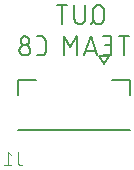
<source format=gbr>
G04 EAGLE Gerber RS-274X export*
G75*
%MOMM*%
%FSLAX34Y34*%
%LPD*%
%INSilkscreen Bottom*%
%IPPOS*%
%AMOC8*
5,1,8,0,0,1.08239X$1,22.5*%
G01*
%ADD10C,0.152400*%
%ADD11C,0.127000*%
%ADD12C,0.101600*%


D10*
X418709Y505023D02*
X418709Y512247D01*
X418707Y512380D01*
X418701Y512512D01*
X418691Y512644D01*
X418678Y512776D01*
X418660Y512908D01*
X418639Y513038D01*
X418614Y513169D01*
X418585Y513298D01*
X418552Y513426D01*
X418516Y513554D01*
X418476Y513680D01*
X418432Y513805D01*
X418384Y513929D01*
X418333Y514051D01*
X418278Y514172D01*
X418220Y514291D01*
X418158Y514409D01*
X418093Y514524D01*
X418024Y514638D01*
X417953Y514749D01*
X417877Y514858D01*
X417799Y514965D01*
X417718Y515070D01*
X417633Y515172D01*
X417546Y515272D01*
X417456Y515369D01*
X417363Y515464D01*
X417267Y515555D01*
X417169Y515644D01*
X417068Y515730D01*
X416964Y515813D01*
X416858Y515893D01*
X416750Y515969D01*
X416640Y516043D01*
X416527Y516113D01*
X416413Y516180D01*
X416296Y516243D01*
X416178Y516303D01*
X416058Y516360D01*
X415936Y516413D01*
X415813Y516462D01*
X415689Y516508D01*
X415563Y516550D01*
X415436Y516588D01*
X415308Y516623D01*
X415179Y516654D01*
X415050Y516681D01*
X414919Y516704D01*
X414788Y516724D01*
X414656Y516739D01*
X414524Y516751D01*
X414392Y516759D01*
X414259Y516763D01*
X414127Y516763D01*
X413994Y516759D01*
X413862Y516751D01*
X413730Y516739D01*
X413598Y516724D01*
X413467Y516704D01*
X413336Y516681D01*
X413207Y516654D01*
X413078Y516623D01*
X412950Y516588D01*
X412823Y516550D01*
X412697Y516508D01*
X412573Y516462D01*
X412450Y516413D01*
X412328Y516360D01*
X412208Y516303D01*
X412090Y516243D01*
X411973Y516180D01*
X411859Y516113D01*
X411746Y516043D01*
X411636Y515969D01*
X411528Y515893D01*
X411422Y515813D01*
X411318Y515730D01*
X411217Y515644D01*
X411119Y515555D01*
X411023Y515464D01*
X410930Y515369D01*
X410840Y515272D01*
X410753Y515172D01*
X410668Y515070D01*
X410587Y514965D01*
X410509Y514858D01*
X410433Y514749D01*
X410362Y514638D01*
X410293Y514524D01*
X410228Y514409D01*
X410166Y514291D01*
X410108Y514172D01*
X410053Y514051D01*
X410002Y513929D01*
X409954Y513805D01*
X409910Y513680D01*
X409870Y513554D01*
X409834Y513426D01*
X409801Y513298D01*
X409772Y513169D01*
X409747Y513038D01*
X409726Y512908D01*
X409708Y512776D01*
X409695Y512644D01*
X409685Y512512D01*
X409679Y512380D01*
X409677Y512247D01*
X409677Y505023D01*
X409679Y504890D01*
X409685Y504758D01*
X409695Y504626D01*
X409708Y504494D01*
X409726Y504362D01*
X409747Y504232D01*
X409772Y504101D01*
X409801Y503972D01*
X409834Y503844D01*
X409870Y503716D01*
X409910Y503590D01*
X409954Y503465D01*
X410002Y503341D01*
X410053Y503219D01*
X410108Y503098D01*
X410166Y502979D01*
X410228Y502861D01*
X410293Y502746D01*
X410362Y502632D01*
X410433Y502521D01*
X410509Y502412D01*
X410587Y502305D01*
X410668Y502200D01*
X410753Y502098D01*
X410840Y501998D01*
X410930Y501901D01*
X411023Y501806D01*
X411119Y501715D01*
X411217Y501626D01*
X411318Y501540D01*
X411422Y501457D01*
X411528Y501377D01*
X411636Y501301D01*
X411746Y501227D01*
X411859Y501157D01*
X411973Y501090D01*
X412090Y501027D01*
X412208Y500967D01*
X412328Y500910D01*
X412450Y500857D01*
X412573Y500808D01*
X412697Y500762D01*
X412823Y500720D01*
X412950Y500682D01*
X413078Y500647D01*
X413207Y500616D01*
X413336Y500589D01*
X413467Y500566D01*
X413598Y500546D01*
X413730Y500531D01*
X413862Y500519D01*
X413994Y500511D01*
X414127Y500507D01*
X414259Y500507D01*
X414392Y500511D01*
X414524Y500519D01*
X414656Y500531D01*
X414788Y500546D01*
X414919Y500566D01*
X415050Y500589D01*
X415179Y500616D01*
X415308Y500647D01*
X415436Y500682D01*
X415563Y500720D01*
X415689Y500762D01*
X415813Y500808D01*
X415936Y500857D01*
X416058Y500910D01*
X416178Y500967D01*
X416296Y501027D01*
X416413Y501090D01*
X416527Y501157D01*
X416640Y501227D01*
X416750Y501301D01*
X416858Y501377D01*
X416964Y501457D01*
X417068Y501540D01*
X417169Y501626D01*
X417267Y501715D01*
X417363Y501806D01*
X417456Y501901D01*
X417546Y501998D01*
X417633Y502098D01*
X417718Y502200D01*
X417799Y502305D01*
X417877Y502412D01*
X417953Y502521D01*
X418024Y502632D01*
X418093Y502746D01*
X418158Y502861D01*
X418220Y502979D01*
X418278Y503098D01*
X418333Y503219D01*
X418384Y503341D01*
X418432Y503465D01*
X418476Y503590D01*
X418516Y503716D01*
X418552Y503844D01*
X418585Y503972D01*
X418614Y504101D01*
X418639Y504232D01*
X418660Y504362D01*
X418678Y504494D01*
X418691Y504626D01*
X418701Y504758D01*
X418707Y504890D01*
X418709Y505023D01*
X411484Y504119D02*
X407871Y500507D01*
X402872Y505023D02*
X402872Y516763D01*
X402872Y505023D02*
X402870Y504890D01*
X402864Y504758D01*
X402854Y504626D01*
X402841Y504494D01*
X402823Y504362D01*
X402802Y504232D01*
X402777Y504101D01*
X402748Y503972D01*
X402715Y503844D01*
X402679Y503716D01*
X402639Y503590D01*
X402595Y503465D01*
X402547Y503341D01*
X402496Y503219D01*
X402441Y503098D01*
X402383Y502979D01*
X402321Y502861D01*
X402256Y502746D01*
X402187Y502632D01*
X402116Y502521D01*
X402040Y502412D01*
X401962Y502305D01*
X401881Y502200D01*
X401796Y502098D01*
X401709Y501998D01*
X401619Y501901D01*
X401526Y501806D01*
X401430Y501715D01*
X401332Y501626D01*
X401231Y501540D01*
X401127Y501457D01*
X401021Y501377D01*
X400913Y501301D01*
X400803Y501227D01*
X400690Y501157D01*
X400576Y501090D01*
X400459Y501027D01*
X400341Y500967D01*
X400221Y500910D01*
X400099Y500857D01*
X399976Y500808D01*
X399852Y500762D01*
X399726Y500720D01*
X399599Y500682D01*
X399471Y500647D01*
X399342Y500616D01*
X399213Y500589D01*
X399082Y500566D01*
X398951Y500546D01*
X398819Y500531D01*
X398687Y500519D01*
X398555Y500511D01*
X398422Y500507D01*
X398290Y500507D01*
X398157Y500511D01*
X398025Y500519D01*
X397893Y500531D01*
X397761Y500546D01*
X397630Y500566D01*
X397499Y500589D01*
X397370Y500616D01*
X397241Y500647D01*
X397113Y500682D01*
X396986Y500720D01*
X396860Y500762D01*
X396736Y500808D01*
X396613Y500857D01*
X396491Y500910D01*
X396371Y500967D01*
X396253Y501027D01*
X396136Y501090D01*
X396022Y501157D01*
X395909Y501227D01*
X395799Y501301D01*
X395691Y501377D01*
X395585Y501457D01*
X395481Y501540D01*
X395380Y501626D01*
X395282Y501715D01*
X395186Y501806D01*
X395093Y501901D01*
X395003Y501998D01*
X394916Y502098D01*
X394831Y502200D01*
X394750Y502305D01*
X394672Y502412D01*
X394596Y502521D01*
X394525Y502632D01*
X394456Y502746D01*
X394391Y502861D01*
X394329Y502979D01*
X394271Y503098D01*
X394216Y503219D01*
X394165Y503341D01*
X394117Y503465D01*
X394073Y503590D01*
X394033Y503716D01*
X393997Y503844D01*
X393964Y503972D01*
X393935Y504101D01*
X393910Y504232D01*
X393889Y504362D01*
X393871Y504494D01*
X393858Y504626D01*
X393848Y504758D01*
X393842Y504890D01*
X393840Y505023D01*
X393840Y516763D01*
X383246Y516763D02*
X383246Y500507D01*
X387761Y516763D02*
X378730Y516763D01*
X435644Y490093D02*
X435644Y473837D01*
X440159Y490093D02*
X431128Y490093D01*
X425019Y473837D02*
X417794Y473837D01*
X425019Y473837D02*
X425019Y490093D01*
X417794Y490093D01*
X419601Y482868D02*
X425019Y482868D01*
X412926Y473837D02*
X407508Y490093D01*
X402089Y473837D01*
X403444Y477901D02*
X411572Y477901D01*
X395732Y473837D02*
X395732Y490093D01*
X390313Y481062D01*
X384895Y490093D01*
X384895Y473837D01*
X365725Y473837D02*
X362112Y473837D01*
X365725Y473837D02*
X365843Y473839D01*
X365961Y473845D01*
X366079Y473854D01*
X366196Y473868D01*
X366313Y473885D01*
X366430Y473906D01*
X366545Y473931D01*
X366660Y473960D01*
X366774Y473993D01*
X366886Y474029D01*
X366997Y474069D01*
X367107Y474112D01*
X367216Y474159D01*
X367323Y474209D01*
X367428Y474264D01*
X367531Y474321D01*
X367632Y474382D01*
X367732Y474446D01*
X367829Y474513D01*
X367924Y474583D01*
X368016Y474657D01*
X368107Y474733D01*
X368194Y474813D01*
X368279Y474895D01*
X368361Y474980D01*
X368441Y475067D01*
X368517Y475158D01*
X368591Y475250D01*
X368661Y475345D01*
X368728Y475442D01*
X368792Y475542D01*
X368853Y475643D01*
X368910Y475746D01*
X368965Y475851D01*
X369015Y475958D01*
X369062Y476067D01*
X369105Y476177D01*
X369145Y476288D01*
X369181Y476400D01*
X369214Y476514D01*
X369243Y476629D01*
X369268Y476744D01*
X369289Y476861D01*
X369306Y476978D01*
X369320Y477095D01*
X369329Y477213D01*
X369335Y477331D01*
X369337Y477449D01*
X369337Y486481D01*
X369335Y486599D01*
X369329Y486717D01*
X369320Y486835D01*
X369306Y486952D01*
X369289Y487069D01*
X369268Y487186D01*
X369243Y487301D01*
X369214Y487416D01*
X369181Y487530D01*
X369145Y487642D01*
X369105Y487753D01*
X369062Y487863D01*
X369015Y487972D01*
X368965Y488079D01*
X368910Y488184D01*
X368853Y488287D01*
X368792Y488388D01*
X368728Y488488D01*
X368661Y488585D01*
X368591Y488680D01*
X368517Y488772D01*
X368441Y488863D01*
X368361Y488950D01*
X368279Y489035D01*
X368194Y489117D01*
X368107Y489197D01*
X368016Y489273D01*
X367924Y489347D01*
X367829Y489417D01*
X367732Y489484D01*
X367632Y489548D01*
X367531Y489609D01*
X367428Y489666D01*
X367323Y489721D01*
X367216Y489771D01*
X367107Y489818D01*
X366997Y489861D01*
X366886Y489901D01*
X366774Y489937D01*
X366660Y489970D01*
X366545Y489999D01*
X366430Y490024D01*
X366313Y490045D01*
X366196Y490062D01*
X366079Y490076D01*
X365961Y490085D01*
X365843Y490091D01*
X365725Y490093D01*
X362112Y490093D01*
X356272Y478353D02*
X356270Y478486D01*
X356264Y478618D01*
X356254Y478750D01*
X356241Y478882D01*
X356223Y479014D01*
X356202Y479144D01*
X356177Y479275D01*
X356148Y479404D01*
X356115Y479532D01*
X356079Y479660D01*
X356039Y479786D01*
X355995Y479911D01*
X355947Y480035D01*
X355896Y480157D01*
X355841Y480278D01*
X355783Y480397D01*
X355721Y480515D01*
X355656Y480630D01*
X355587Y480744D01*
X355516Y480855D01*
X355440Y480964D01*
X355362Y481071D01*
X355281Y481176D01*
X355196Y481278D01*
X355109Y481378D01*
X355019Y481475D01*
X354926Y481570D01*
X354830Y481661D01*
X354732Y481750D01*
X354631Y481836D01*
X354527Y481919D01*
X354421Y481999D01*
X354313Y482075D01*
X354203Y482149D01*
X354090Y482219D01*
X353976Y482286D01*
X353859Y482349D01*
X353741Y482409D01*
X353621Y482466D01*
X353499Y482519D01*
X353376Y482568D01*
X353252Y482614D01*
X353126Y482656D01*
X352999Y482694D01*
X352871Y482729D01*
X352742Y482760D01*
X352613Y482787D01*
X352482Y482810D01*
X352351Y482830D01*
X352219Y482845D01*
X352087Y482857D01*
X351955Y482865D01*
X351822Y482869D01*
X351690Y482869D01*
X351557Y482865D01*
X351425Y482857D01*
X351293Y482845D01*
X351161Y482830D01*
X351030Y482810D01*
X350899Y482787D01*
X350770Y482760D01*
X350641Y482729D01*
X350513Y482694D01*
X350386Y482656D01*
X350260Y482614D01*
X350136Y482568D01*
X350013Y482519D01*
X349891Y482466D01*
X349771Y482409D01*
X349653Y482349D01*
X349536Y482286D01*
X349422Y482219D01*
X349309Y482149D01*
X349199Y482075D01*
X349091Y481999D01*
X348985Y481919D01*
X348881Y481836D01*
X348780Y481750D01*
X348682Y481661D01*
X348586Y481570D01*
X348493Y481475D01*
X348403Y481378D01*
X348316Y481278D01*
X348231Y481176D01*
X348150Y481071D01*
X348072Y480964D01*
X347996Y480855D01*
X347925Y480744D01*
X347856Y480630D01*
X347791Y480515D01*
X347729Y480397D01*
X347671Y480278D01*
X347616Y480157D01*
X347565Y480035D01*
X347517Y479911D01*
X347473Y479786D01*
X347433Y479660D01*
X347397Y479532D01*
X347364Y479404D01*
X347335Y479275D01*
X347310Y479144D01*
X347289Y479014D01*
X347271Y478882D01*
X347258Y478750D01*
X347248Y478618D01*
X347242Y478486D01*
X347240Y478353D01*
X347242Y478220D01*
X347248Y478088D01*
X347258Y477956D01*
X347271Y477824D01*
X347289Y477692D01*
X347310Y477562D01*
X347335Y477431D01*
X347364Y477302D01*
X347397Y477174D01*
X347433Y477046D01*
X347473Y476920D01*
X347517Y476795D01*
X347565Y476671D01*
X347616Y476549D01*
X347671Y476428D01*
X347729Y476309D01*
X347791Y476191D01*
X347856Y476076D01*
X347925Y475962D01*
X347996Y475851D01*
X348072Y475742D01*
X348150Y475635D01*
X348231Y475530D01*
X348316Y475428D01*
X348403Y475328D01*
X348493Y475231D01*
X348586Y475136D01*
X348682Y475045D01*
X348780Y474956D01*
X348881Y474870D01*
X348985Y474787D01*
X349091Y474707D01*
X349199Y474631D01*
X349309Y474557D01*
X349422Y474487D01*
X349536Y474420D01*
X349653Y474357D01*
X349771Y474297D01*
X349891Y474240D01*
X350013Y474187D01*
X350136Y474138D01*
X350260Y474092D01*
X350386Y474050D01*
X350513Y474012D01*
X350641Y473977D01*
X350770Y473946D01*
X350899Y473919D01*
X351030Y473896D01*
X351161Y473876D01*
X351293Y473861D01*
X351425Y473849D01*
X351557Y473841D01*
X351690Y473837D01*
X351822Y473837D01*
X351955Y473841D01*
X352087Y473849D01*
X352219Y473861D01*
X352351Y473876D01*
X352482Y473896D01*
X352613Y473919D01*
X352742Y473946D01*
X352871Y473977D01*
X352999Y474012D01*
X353126Y474050D01*
X353252Y474092D01*
X353376Y474138D01*
X353499Y474187D01*
X353621Y474240D01*
X353741Y474297D01*
X353859Y474357D01*
X353976Y474420D01*
X354090Y474487D01*
X354203Y474557D01*
X354313Y474631D01*
X354421Y474707D01*
X354527Y474787D01*
X354631Y474870D01*
X354732Y474956D01*
X354830Y475045D01*
X354926Y475136D01*
X355019Y475231D01*
X355109Y475328D01*
X355196Y475428D01*
X355281Y475530D01*
X355362Y475635D01*
X355440Y475742D01*
X355516Y475851D01*
X355587Y475962D01*
X355656Y476076D01*
X355721Y476191D01*
X355783Y476309D01*
X355841Y476428D01*
X355896Y476549D01*
X355947Y476671D01*
X355995Y476795D01*
X356039Y476920D01*
X356079Y477046D01*
X356115Y477174D01*
X356148Y477302D01*
X356177Y477431D01*
X356202Y477562D01*
X356223Y477692D01*
X356241Y477824D01*
X356254Y477956D01*
X356264Y478088D01*
X356270Y478220D01*
X356272Y478353D01*
X355368Y486481D02*
X355366Y486600D01*
X355360Y486720D01*
X355350Y486839D01*
X355336Y486957D01*
X355319Y487076D01*
X355297Y487193D01*
X355272Y487310D01*
X355242Y487425D01*
X355209Y487540D01*
X355172Y487654D01*
X355132Y487766D01*
X355087Y487877D01*
X355039Y487986D01*
X354988Y488094D01*
X354933Y488200D01*
X354874Y488304D01*
X354812Y488406D01*
X354747Y488506D01*
X354678Y488604D01*
X354606Y488700D01*
X354531Y488793D01*
X354454Y488883D01*
X354373Y488971D01*
X354289Y489056D01*
X354202Y489138D01*
X354113Y489218D01*
X354021Y489294D01*
X353927Y489368D01*
X353830Y489438D01*
X353732Y489505D01*
X353631Y489569D01*
X353527Y489629D01*
X353422Y489686D01*
X353315Y489739D01*
X353207Y489789D01*
X353097Y489835D01*
X352985Y489877D01*
X352872Y489916D01*
X352758Y489951D01*
X352643Y489982D01*
X352526Y490010D01*
X352409Y490033D01*
X352292Y490053D01*
X352173Y490069D01*
X352054Y490081D01*
X351935Y490089D01*
X351816Y490093D01*
X351696Y490093D01*
X351577Y490089D01*
X351458Y490081D01*
X351339Y490069D01*
X351220Y490053D01*
X351103Y490033D01*
X350986Y490010D01*
X350869Y489982D01*
X350754Y489951D01*
X350640Y489916D01*
X350527Y489877D01*
X350415Y489835D01*
X350305Y489789D01*
X350197Y489739D01*
X350090Y489686D01*
X349985Y489629D01*
X349881Y489569D01*
X349780Y489505D01*
X349682Y489438D01*
X349585Y489368D01*
X349491Y489294D01*
X349399Y489218D01*
X349310Y489138D01*
X349223Y489056D01*
X349139Y488971D01*
X349058Y488883D01*
X348981Y488793D01*
X348906Y488700D01*
X348834Y488604D01*
X348765Y488506D01*
X348700Y488406D01*
X348638Y488304D01*
X348579Y488200D01*
X348524Y488094D01*
X348473Y487986D01*
X348425Y487877D01*
X348380Y487766D01*
X348340Y487654D01*
X348303Y487540D01*
X348270Y487425D01*
X348240Y487310D01*
X348215Y487193D01*
X348193Y487076D01*
X348176Y486957D01*
X348162Y486839D01*
X348152Y486720D01*
X348146Y486600D01*
X348144Y486481D01*
X348146Y486362D01*
X348152Y486242D01*
X348162Y486123D01*
X348176Y486005D01*
X348193Y485886D01*
X348215Y485769D01*
X348240Y485652D01*
X348270Y485537D01*
X348303Y485422D01*
X348340Y485308D01*
X348380Y485196D01*
X348425Y485085D01*
X348473Y484976D01*
X348524Y484868D01*
X348579Y484762D01*
X348638Y484658D01*
X348700Y484556D01*
X348765Y484456D01*
X348834Y484358D01*
X348906Y484262D01*
X348981Y484169D01*
X349058Y484079D01*
X349139Y483991D01*
X349223Y483906D01*
X349310Y483824D01*
X349399Y483744D01*
X349491Y483668D01*
X349585Y483594D01*
X349682Y483524D01*
X349780Y483457D01*
X349881Y483393D01*
X349985Y483333D01*
X350090Y483276D01*
X350197Y483223D01*
X350305Y483173D01*
X350415Y483127D01*
X350527Y483085D01*
X350640Y483046D01*
X350754Y483011D01*
X350869Y482980D01*
X350986Y482952D01*
X351103Y482929D01*
X351220Y482909D01*
X351339Y482893D01*
X351458Y482881D01*
X351577Y482873D01*
X351696Y482869D01*
X351816Y482869D01*
X351935Y482873D01*
X352054Y482881D01*
X352173Y482893D01*
X352292Y482909D01*
X352409Y482929D01*
X352526Y482952D01*
X352643Y482980D01*
X352758Y483011D01*
X352872Y483046D01*
X352985Y483085D01*
X353097Y483127D01*
X353207Y483173D01*
X353315Y483223D01*
X353422Y483276D01*
X353527Y483333D01*
X353631Y483393D01*
X353732Y483457D01*
X353830Y483524D01*
X353927Y483594D01*
X354021Y483668D01*
X354113Y483744D01*
X354202Y483824D01*
X354289Y483906D01*
X354373Y483991D01*
X354454Y484079D01*
X354531Y484169D01*
X354606Y484262D01*
X354678Y484358D01*
X354747Y484456D01*
X354812Y484556D01*
X354874Y484658D01*
X354933Y484762D01*
X354988Y484868D01*
X355039Y484976D01*
X355087Y485085D01*
X355132Y485196D01*
X355172Y485308D01*
X355209Y485422D01*
X355242Y485537D01*
X355272Y485652D01*
X355297Y485769D01*
X355319Y485886D01*
X355336Y486005D01*
X355350Y486123D01*
X355360Y486242D01*
X355366Y486362D01*
X355368Y486481D01*
D11*
X414700Y473350D02*
X422700Y473350D01*
X418700Y466350D01*
X414700Y473350D01*
X361500Y452800D02*
X346200Y452800D01*
X425900Y452800D02*
X441200Y452800D01*
X441200Y410800D02*
X346200Y410800D01*
X441200Y440300D02*
X441200Y452800D01*
X346200Y452800D02*
X346200Y440300D01*
D12*
X345773Y392492D02*
X345773Y383404D01*
X345775Y383305D01*
X345781Y383205D01*
X345790Y383106D01*
X345803Y383008D01*
X345820Y382910D01*
X345841Y382812D01*
X345866Y382716D01*
X345894Y382621D01*
X345926Y382527D01*
X345961Y382434D01*
X346000Y382342D01*
X346043Y382252D01*
X346088Y382164D01*
X346138Y382077D01*
X346190Y381993D01*
X346246Y381910D01*
X346304Y381830D01*
X346366Y381752D01*
X346431Y381677D01*
X346499Y381604D01*
X346569Y381534D01*
X346642Y381466D01*
X346717Y381401D01*
X346795Y381339D01*
X346875Y381281D01*
X346958Y381225D01*
X347042Y381173D01*
X347129Y381123D01*
X347217Y381078D01*
X347307Y381035D01*
X347399Y380996D01*
X347492Y380961D01*
X347586Y380929D01*
X347681Y380901D01*
X347777Y380876D01*
X347875Y380855D01*
X347973Y380838D01*
X348071Y380825D01*
X348170Y380816D01*
X348270Y380810D01*
X348369Y380808D01*
X349667Y380808D01*
X340499Y389896D02*
X337254Y392492D01*
X337254Y380808D01*
X340499Y380808D02*
X334008Y380808D01*
M02*

</source>
